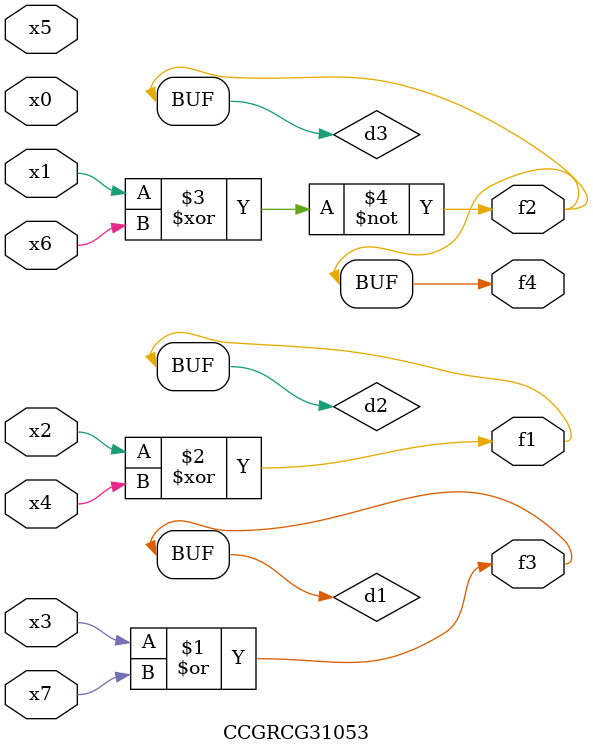
<source format=v>
module CCGRCG31053(
	input x0, x1, x2, x3, x4, x5, x6, x7,
	output f1, f2, f3, f4
);

	wire d1, d2, d3;

	or (d1, x3, x7);
	xor (d2, x2, x4);
	xnor (d3, x1, x6);
	assign f1 = d2;
	assign f2 = d3;
	assign f3 = d1;
	assign f4 = d3;
endmodule

</source>
